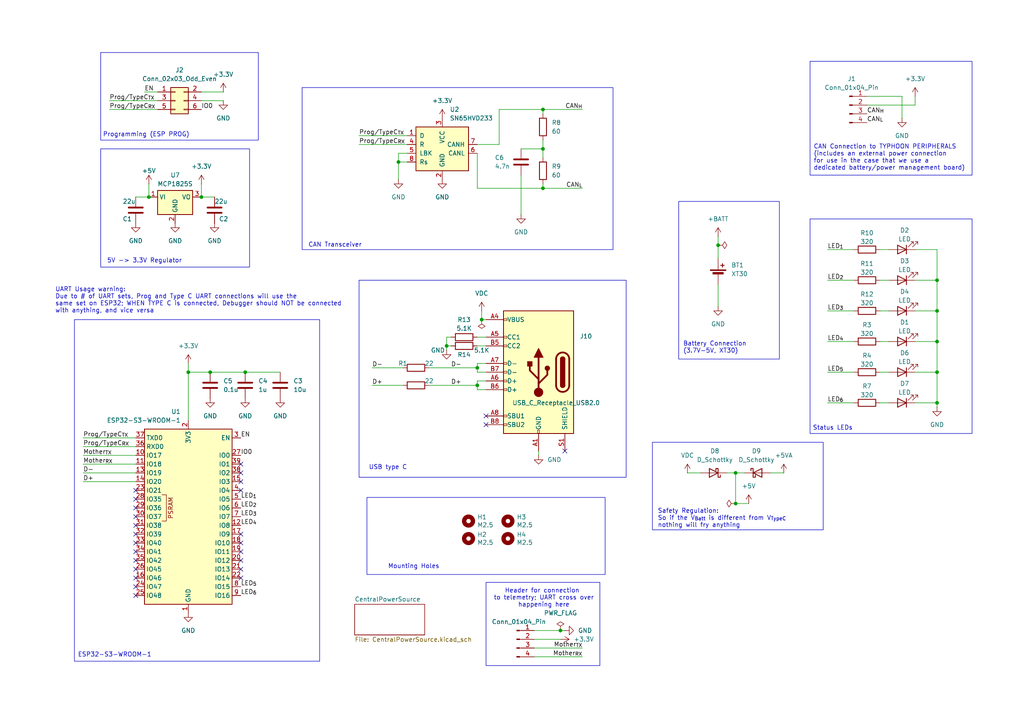
<source format=kicad_sch>
(kicad_sch (version 20231120) (generator "eeschema") (generator_version "8.0")
  (paper "A4")
  (lib_symbols
    (symbol "+3.3V_1" (power) (pin_numbers hide) (pin_names (offset 0) hide)
      (property "Value" "+3.3V" (at 0 3.556 0))
      (symbol "+3.3V_1_0_1"
        (polyline (pts (xy -0.762 1.27) (xy 0 2.54)))
        (polyline (pts (xy 0 0) (xy 0 2.54)))
        (polyline (pts (xy 0 2.54) (xy 0.762 1.27)))
      )
      (symbol "+3.3V_1_1_1"
        (pin power_in line (at 0 0 90) (length 0) (name "~") (number "1"))
      )
    )
    (symbol "+3.3V_2" (power) (pin_numbers hide) (pin_names (offset 0) hide)
      (property "Value" "+3.3V" (at 0 3.556 0))
      (symbol "+3.3V_2_0_1"
        (polyline (pts (xy -0.762 1.27) (xy 0 2.54)))
        (polyline (pts (xy 0 0) (xy 0 2.54)))
        (polyline (pts (xy 0 2.54) (xy 0.762 1.27)))
      )
      (symbol "+3.3V_2_1_1"
        (pin power_in line (at 0 0 90) (length 0) (name "~") (number "1"))
      )
    )
    (symbol "+3.3V_4" (power) (pin_numbers hide) (pin_names (offset 0) hide)
      (property "Value" "+3.3V" (at 0 3.556 0))
      (symbol "+3.3V_4_0_1"
        (polyline (pts (xy -0.762 1.27) (xy 0 2.54)))
        (polyline (pts (xy 0 0) (xy 0 2.54)))
        (polyline (pts (xy 0 2.54) (xy 0.762 1.27)))
      )
      (symbol "+3.3V_4_1_1"
        (pin power_in line (at 0 0 90) (length 0) (name "~") (number "1"))
      )
    )
    (symbol "Connector:Conn_01x04_Pin" (pin_names (offset 1.016) hide)
      (property "Reference" "J" (at 0 5.08 0))
      (property "Value" "Conn_01x04_Pin" (at 0 -7.62 0))
      (symbol "Conn_01x04_Pin_1_1"
        (polyline (pts (xy 1.27 -5.08) (xy 0.8636 -5.08)) (stroke (width 0.1524)))
        (polyline (pts (xy 1.27 -2.54) (xy 0.8636 -2.54)) (stroke (width 0.1524)))
        (polyline (pts (xy 1.27 0) (xy 0.8636 0)) (stroke (width 0.1524)))
        (polyline (pts (xy 1.27 2.54) (xy 0.8636 2.54)) (stroke (width 0.1524)))
        (rectangle (start 0.8636 -4.953) (end 0 -5.207) (stroke (width 0.1524)) (fill (type outline)))
        (rectangle (start 0.8636 -2.413) (end 0 -2.667) (stroke (width 0.1524)) (fill (type outline)))
        (rectangle (start 0.8636 0.127) (end 0 -0.127) (stroke (width 0.1524)) (fill (type outline)))
        (rectangle (start 0.8636 2.667) (end 0 2.413) (stroke (width 0.1524)) (fill (type outline)))
        (pin passive line (at 5.08 2.54 180) (length 3.81) (name "Pin_1") (number "1"))
        (pin passive line (at 5.08 0 180) (length 3.81) (name "Pin_2") (number "2"))
        (pin passive line (at 5.08 -2.54 180) (length 3.81) (name "Pin_3") (number "3"))
        (pin passive line (at 5.08 -5.08 180) (length 3.81) (name "Pin_4") (number "4"))
      )
    )
    (symbol "Connector:USB_C_Receptacle_USB2.0_16P" (pin_names (offset 1.016))
      (property "Reference" "J" (at 0 22.225 0))
      (property "Value" "USB_C_Receptacle_USB2.0_16P" (at 0 19.685 0))
      (symbol "USB_C_Receptacle_USB2.0_16P_0_0"
        (rectangle (start -0.254 -17.78) (end 0.254 -16.764))
        (rectangle (start 10.16 -14.986) (end 9.144 -15.494))
        (rectangle (start 10.16 -12.446) (end 9.144 -12.954))
        (rectangle (start 10.16 -4.826) (end 9.144 -5.334))
        (rectangle (start 10.16 -2.286) (end 9.144 -2.794))
        (rectangle (start 10.16 0.254) (end 9.144 -0.254))
        (rectangle (start 10.16 2.794) (end 9.144 2.286))
        (rectangle (start 10.16 7.874) (end 9.144 7.366))
        (rectangle (start 10.16 10.414) (end 9.144 9.906))
        (rectangle (start 10.16 15.494) (end 9.144 14.986))
      )
      (symbol "USB_C_Receptacle_USB2.0_16P_0_1"
        (rectangle (start -10.16 17.78) (end 10.16 -17.78) (stroke (width 0.254)) (fill (type background)))
        (arc (start -8.89 -3.81) (mid -6.985 -5.7067) (end -5.08 -3.81) (stroke (width 0.508)))
        (arc (start -7.62 -3.81) (mid -6.985 -4.4423) (end -6.35 -3.81) (stroke (width 0.254)))
        (arc (start -7.62 -3.81) (mid -6.985 -4.4423) (end -6.35 -3.81) (stroke (width 0.254)) (fill (type outline)))
        (rectangle (start -7.62 -3.81) (end -6.35 3.81) (stroke (width 0.254)) (fill (type outline)))
        (arc (start -6.35 3.81) (mid -6.985 4.4423) (end -7.62 3.81) (stroke (width 0.254)))
        (arc (start -6.35 3.81) (mid -6.985 4.4423) (end -7.62 3.81) (stroke (width 0.254)) (fill (type outline)))
        (arc (start -5.08 3.81) (mid -6.985 5.7067) (end -8.89 3.81) (stroke (width 0.508)))
        (circle (center -2.54 1.143) (radius 0.635) (stroke (width 0.254)) (fill (type outline)))
        (circle (center 0 -5.842) (radius 1.27) (fill (type outline)))
        (polyline (pts (xy -8.89 -3.81) (xy -8.89 3.81)) (stroke (width 0.508)))
        (polyline (pts (xy -5.08 3.81) (xy -5.08 -3.81)) (stroke (width 0.508)))
        (polyline (pts (xy 0 -5.842) (xy 0 4.318)) (stroke (width 0.508)))
        (polyline (pts (xy 0 -3.302) (xy -2.54 -0.762) (xy -2.54 0.508)) (stroke (width 0.508)))
        (polyline (pts (xy 0 -2.032) (xy 2.54 0.508) (xy 2.54 1.778)) (stroke (width 0.508)))
        (polyline (pts (xy -1.27 4.318) (xy 0 6.858) (xy 1.27 4.318) (xy -1.27 4.318)) (stroke (width 0.254)) (fill (type outline)))
        (rectangle (start 1.905 1.778) (end 3.175 3.048) (stroke (width 0.254)) (fill (type outline)))
      )
      (symbol "USB_C_Receptacle_USB2.0_16P_1_1"
        (pin passive line (at 0 -22.86 90) (length 5.08) (name "GND") (number "A1"))
        (pin passive line (at 0 -22.86 90) (length 5.08) hide (name "GND") (number "A12"))
        (pin passive line (at 15.24 15.24 180) (length 5.08) (name "VBUS") (number "A4"))
        (pin bidirectional line (at 15.24 10.16 180) (length 5.08) (name "CC1") (number "A5"))
        (pin bidirectional line (at 15.24 -2.54 180) (length 5.08) (name "D+") (number "A6"))
        (pin bidirectional line (at 15.24 2.54 180) (length 5.08) (name "D-") (number "A7"))
        (pin bidirectional line (at 15.24 -12.7 180) (length 5.08) (name "SBU1") (number "A8"))
        (pin passive line (at 15.24 15.24 180) (length 5.08) hide (name "VBUS") (number "A9"))
        (pin passive line (at 0 -22.86 90) (length 5.08) hide (name "GND") (number "B1"))
        (pin passive line (at 0 -22.86 90) (length 5.08) hide (name "GND") (number "B12"))
        (pin passive line (at 15.24 15.24 180) (length 5.08) hide (name "VBUS") (number "B4"))
        (pin bidirectional line (at 15.24 7.62 180) (length 5.08) (name "CC2") (number "B5"))
        (pin bidirectional line (at 15.24 -5.08 180) (length 5.08) (name "D+") (number "B6"))
        (pin bidirectional line (at 15.24 0 180) (length 5.08) (name "D-") (number "B7"))
        (pin bidirectional line (at 15.24 -15.24 180) (length 5.08) (name "SBU2") (number "B8"))
        (pin passive line (at 15.24 15.24 180) (length 5.08) hide (name "VBUS") (number "B9"))
        (pin passive line (at -7.62 -22.86 90) (length 5.08) (name "SHIELD") (number "S1"))
      )
    )
    (symbol "Connector_Generic:Conn_02x03_Odd_Even" (pin_names (offset 1.016) hide)
      (property "Reference" "J" (at 1.27 5.08 0))
      (property "Value" "Conn_02x03_Odd_Even" (at 1.27 -5.08 0))
      (symbol "Conn_02x03_Odd_Even_1_1"
        (rectangle (start -1.27 -2.413) (end 0 -2.667) (stroke (width 0.1524)))
        (rectangle (start -1.27 0.127) (end 0 -0.127) (stroke (width 0.1524)))
        (rectangle (start -1.27 2.667) (end 0 2.413) (stroke (width 0.1524)))
        (rectangle (start -1.27 3.81) (end 3.81 -3.81) (stroke (width 0.254)) (fill (type background)))
        (rectangle (start 3.81 -2.413) (end 2.54 -2.667) (stroke (width 0.1524)))
        (rectangle (start 3.81 0.127) (end 2.54 -0.127) (stroke (width 0.1524)))
        (rectangle (start 3.81 2.667) (end 2.54 2.413) (stroke (width 0.1524)))
        (pin passive line (at -5.08 2.54 0) (length 3.81) (name "Pin_1") (number "1"))
        (pin passive line (at 7.62 2.54 180) (length 3.81) (name "Pin_2") (number "2"))
        (pin passive line (at -5.08 0 0) (length 3.81) (name "Pin_3") (number "3"))
        (pin passive line (at 7.62 0 180) (length 3.81) (name "Pin_4") (number "4"))
        (pin passive line (at -5.08 -2.54 0) (length 3.81) (name "Pin_5") (number "5"))
        (pin passive line (at 7.62 -2.54 180) (length 3.81) (name "Pin_6") (number "6"))
      )
    )
    (symbol "Device:Battery_Cell" (pin_numbers hide) (pin_names (offset 0) hide)
      (property "Reference" "BT" (at 2.54 2.54 0))
      (property "Value" "Battery_Cell" (at 2.54 0 0))
      (symbol "Battery_Cell_0_1"
        (rectangle (start -2.286 1.778) (end 2.286 1.524) (fill (type outline)))
        (rectangle (start -1.524 1.016) (end 1.524 0.508) (fill (type outline)))
        (polyline (pts (xy 0 0.762) (xy 0 0)))
        (polyline (pts (xy 0 1.778) (xy 0 2.54)))
        (polyline (pts (xy 0.762 3.048) (xy 1.778 3.048)) (stroke (width 0.254)))
        (polyline (pts (xy 1.27 3.556) (xy 1.27 2.54)) (stroke (width 0.254)))
      )
      (symbol "Battery_Cell_1_1"
        (pin passive line (at 0 5.08 270) (length 2.54) (name "+") (number "1"))
        (pin passive line (at 0 -2.54 90) (length 2.54) (name "-") (number "2"))
      )
    )
    (symbol "Device:C" (pin_numbers hide) (pin_names (offset 0.254))
      (property "Reference" "C" (at 0.635 2.54 0))
      (property "Value" "C" (at 0.635 -2.54 0))
      (symbol "C_0_1"
        (polyline (pts (xy -2.032 -0.762) (xy 2.032 -0.762)) (stroke (width 0.508)))
        (polyline (pts (xy -2.032 0.762) (xy 2.032 0.762)) (stroke (width 0.508)))
      )
      (symbol "C_1_1"
        (pin passive line (at 0 3.81 270) (length 2.794) (name "~") (number "1"))
        (pin passive line (at 0 -3.81 90) (length 2.794) (name "~") (number "2"))
      )
    )
    (symbol "Device:D_Schottky" (pin_numbers hide) (pin_names (offset 1.016) hide)
      (property "Reference" "D" (at 0 2.54 0))
      (property "Value" "D_Schottky" (at 0 -2.54 0))
      (symbol "D_Schottky_0_1"
        (polyline (pts (xy 1.27 0) (xy -1.27 0)))
        (polyline (pts (xy 1.27 1.27) (xy 1.27 -1.27) (xy -1.27 0) (xy 1.27 1.27)) (stroke (width 0.254)))
        (polyline (pts (xy -1.905 0.635) (xy -1.905 1.27) (xy -1.27 1.27) (xy -1.27 -1.27) (xy -0.635 -1.27) (xy -0.635 -0.635)) (stroke (width 0.254)))
      )
      (symbol "D_Schottky_1_1"
        (pin passive line (at -3.81 0 0) (length 2.54) (name "K") (number "1"))
        (pin passive line (at 3.81 0 180) (length 2.54) (name "A") (number "2"))
      )
    )
    (symbol "Device:LED" (pin_numbers hide) (pin_names (offset 1.016) hide)
      (property "Reference" "D" (at 0 2.54 0))
      (property "Value" "LED" (at 0 -2.54 0))
      (symbol "LED_0_1"
        (polyline (pts (xy -1.27 -1.27) (xy -1.27 1.27)) (stroke (width 0.254)))
        (polyline (pts (xy -1.27 0) (xy 1.27 0)))
        (polyline (pts (xy 1.27 -1.27) (xy 1.27 1.27) (xy -1.27 0) (xy 1.27 -1.27)) (stroke (width 0.254)))
        (polyline (pts (xy -3.048 -0.762) (xy -4.572 -2.286) (xy -3.81 -2.286) (xy -4.572 -2.286) (xy -4.572 -1.524)))
        (polyline (pts (xy -1.778 -0.762) (xy -3.302 -2.286) (xy -2.54 -2.286) (xy -3.302 -2.286) (xy -3.302 -1.524)))
      )
      (symbol "LED_1_1"
        (pin passive line (at -3.81 0 0) (length 2.54) (name "K") (number "1"))
        (pin passive line (at 3.81 0 180) (length 2.54) (name "A") (number "2"))
      )
    )
    (symbol "Device:R" (pin_numbers hide) (pin_names (offset 0))
      (property "Reference" "R" (at 2.032 0 90))
      (property "Value" "R" (at 0 0 90))
      (symbol "R_0_1"
        (rectangle (start -1.016 -2.54) (end 1.016 2.54) (stroke (width 0.254)))
      )
      (symbol "R_1_1"
        (pin passive line (at 0 3.81 270) (length 1.27) (name "~") (number "1"))
        (pin passive line (at 0 -3.81 90) (length 1.27) (name "~") (number "2"))
      )
    )
    (symbol "GND_2" (power) (pin_numbers hide) (pin_names (offset 0) hide)
      (property "Value" "GND" (at 0 -3.81 0))
      (symbol "GND_2_0_1"
        (polyline (pts (xy 0 0) (xy 0 -1.27) (xy 1.27 -1.27) (xy 0 -2.54) (xy -1.27 -1.27) (xy 0 -1.27)))
      )
      (symbol "GND_2_1_1"
        (pin power_in line (at 0 0 270) (length 0) (name "~") (number "1"))
      )
    )
    (symbol "Interface_CAN_LIN:SN65HVD233" (pin_names (offset 1.016))
      (property "Reference" "U" (at -2.54 10.16 0))
      (property "Value" "SN65HVD233" (at -2.54 7.62 0))
      (symbol "SN65HVD233_0_1"
        (rectangle (start -7.62 5.08) (end 7.62 -7.62) (stroke (width 0.254)) (fill (type background)))
      )
      (symbol "SN65HVD233_1_1"
        (pin input line (at -10.16 2.54 0) (length 2.54) (name "D") (number "1"))
        (pin power_in line (at 0 -10.16 90) (length 2.54) (name "GND") (number "2"))
        (pin power_in line (at 0 7.62 270) (length 2.54) (name "VCC") (number "3"))
        (pin output line (at -10.16 0 0) (length 2.54) (name "R") (number "4"))
        (pin input line (at -10.16 -2.54 0) (length 2.54) (name "LBK") (number "5"))
        (pin bidirectional line (at 10.16 -2.54 180) (length 2.54) (name "CANL") (number "6"))
        (pin bidirectional line (at 10.16 0 180) (length 2.54) (name "CANH") (number "7"))
        (pin input line (at -10.16 -5.08 0) (length 2.54) (name "Rs") (number "8"))
      )
    )
    (symbol "Mechanical:MountingHole" (pin_names (offset 1.016))
      (property "Reference" "H" (at 0 5.08 0))
      (property "Value" "MountingHole" (at 0 3.175 0))
      (symbol "MountingHole_0_1"
        (circle (center 0 0) (radius 1.27) (stroke (width 1.27)))
      )
    )
    (symbol "RF_Module:ESP32-S3-WROOM-1"
      (property "Reference" "U" (at -12.7 26.67 0))
      (property "Value" "ESP32-S3-WROOM-1" (at 12.7 26.67 0))
      (symbol "ESP32-S3-WROOM-1_0_0"
        (rectangle (start -12.7 25.4) (end 12.7 -25.4) (stroke (width 0.254)) (fill (type background)))
        (text "PSRAM" (at 5.08 2.54 900) (effects (font (size 1.27 1.27))))
      )
      (symbol "ESP32-S3-WROOM-1_0_1"
        (polyline (pts (xy 7.62 -1.27) (xy 6.35 -1.27) (xy 6.35 6.35) (xy 7.62 6.35)))
      )
      (symbol "ESP32-S3-WROOM-1_1_1"
        (pin power_in line (at 0 -27.94 90) (length 2.54) (name "GND") (number "1"))
        (pin bidirectional line (at 15.24 17.78 180) (length 2.54) (name "IO17") (number "10"))
        (pin bidirectional line (at 15.24 15.24 180) (length 2.54) (name "IO18") (number "11"))
        (pin bidirectional line (at -15.24 -2.54 0) (length 2.54) (name "IO8") (number "12"))
        (pin bidirectional line (at 15.24 12.7 180) (length 2.54) (name "IO19") (number "13"))
        (pin bidirectional line (at 15.24 10.16 180) (length 2.54) (name "IO20") (number "14"))
        (pin bidirectional line (at -15.24 10.16 0) (length 2.54) (name "IO3") (number "15"))
        (pin bidirectional line (at 15.24 -17.78 180) (length 2.54) (name "IO46") (number "16"))
        (pin bidirectional line (at -15.24 -5.08 0) (length 2.54) (name "IO9") (number "17"))
        (pin bidirectional line (at -15.24 -7.62 0) (length 2.54) (name "IO10") (number "18"))
        (pin bidirectional line (at -15.24 -10.16 0) (length 2.54) (name "IO11") (number "19"))
        (pin power_in line (at 0 27.94 270) (length 2.54) (name "3V3") (number "2"))
        (pin bidirectional line (at -15.24 -12.7 0) (length 2.54) (name "IO12") (number "20"))
        (pin bidirectional line (at -15.24 -15.24 0) (length 2.54) (name "IO13") (number "21"))
        (pin bidirectional line (at -15.24 -17.78 0) (length 2.54) (name "IO14") (number "22"))
        (pin bidirectional line (at 15.24 7.62 180) (length 2.54) (name "IO21") (number "23"))
        (pin bidirectional line (at 15.24 -20.32 180) (length 2.54) (name "IO47") (number "24"))
        (pin bidirectional line (at 15.24 -22.86 180) (length 2.54) (name "IO48") (number "25"))
        (pin bidirectional line (at 15.24 -15.24 180) (length 2.54) (name "IO45") (number "26"))
        (pin bidirectional line (at -15.24 17.78 0) (length 2.54) (name "IO0") (number "27"))
        (pin bidirectional line (at 15.24 5.08 180) (length 2.54) (name "IO35") (number "28"))
        (pin bidirectional line (at 15.24 2.54 180) (length 2.54) (name "IO36") (number "29"))
        (pin input line (at -15.24 22.86 0) (length 2.54) (name "EN") (number "3"))
        (pin bidirectional line (at 15.24 0 180) (length 2.54) (name "IO37") (number "30"))
        (pin bidirectional line (at 15.24 -2.54 180) (length 2.54) (name "IO38") (number "31"))
        (pin bidirectional line (at 15.24 -5.08 180) (length 2.54) (name "IO39") (number "32"))
        (pin bidirectional line (at 15.24 -7.62 180) (length 2.54) (name "IO40") (number "33"))
        (pin bidirectional line (at 15.24 -10.16 180) (length 2.54) (name "IO41") (number "34"))
        (pin bidirectional line (at 15.24 -12.7 180) (length 2.54) (name "IO42") (number "35"))
        (pin bidirectional line (at 15.24 20.32 180) (length 2.54) (name "RXD0") (number "36"))
        (pin bidirectional line (at 15.24 22.86 180) (length 2.54) (name "TXD0") (number "37"))
        (pin bidirectional line (at -15.24 12.7 0) (length 2.54) (name "IO2") (number "38"))
        (pin bidirectional line (at -15.24 15.24 0) (length 2.54) (name "IO1") (number "39"))
        (pin bidirectional line (at -15.24 7.62 0) (length 2.54) (name "IO4") (number "4"))
        (pin passive line (at 0 -27.94 90) (length 2.54) hide (name "GND") (number "40"))
        (pin passive line (at 0 -27.94 90) (length 2.54) hide (name "GND") (number "41"))
        (pin bidirectional line (at -15.24 5.08 0) (length 2.54) (name "IO5") (number "5"))
        (pin bidirectional line (at -15.24 2.54 0) (length 2.54) (name "IO6") (number "6"))
        (pin bidirectional line (at -15.24 0 0) (length 2.54) (name "IO7") (number "7"))
        (pin bidirectional line (at -15.24 -20.32 0) (length 2.54) (name "IO15") (number "8"))
        (pin bidirectional line (at -15.24 -22.86 0) (length 2.54) (name "IO16") (number "9"))
      )
    )
    (symbol "Regulator_Linear:MCP1825S"
      (property "Reference" "U" (at -3.81 3.175 0))
      (property "Value" "MCP1825S" (at 0 3.175 0))
      (symbol "MCP1825S_0_1"
        (rectangle (start -5.08 1.905) (end 5.08 -5.08) (stroke (width 0.254)) (fill (type background)))
      )
      (symbol "MCP1825S_1_1"
        (pin power_in line (at -7.62 0 0) (length 2.54) (name "VI") (number "1"))
        (pin power_in line (at 0 -7.62 90) (length 2.54) (name "GND") (number "2"))
        (pin power_out line (at 7.62 0 180) (length 2.54) (name "VO") (number "3"))
      )
    )
    (symbol "power:+3.3V" (power) (pin_numbers hide) (pin_names (offset 0) hide)
      (property "Value" "+3.3V" (at 0 3.556 0))
      (symbol "+3.3V_0_1"
        (polyline (pts (xy -0.762 1.27) (xy 0 2.54)))
        (polyline (pts (xy 0 0) (xy 0 2.54)))
        (polyline (pts (xy 0 2.54) (xy 0.762 1.27)))
      )
      (symbol "+3.3V_1_1"
        (pin power_in line (at 0 0 90) (length 0) (name "~") (number "1"))
      )
    )
    (symbol "power:+5V" (power) (pin_numbers hide) (pin_names (offset 0) hide)
      (property "Value" "+5V" (at 0 3.556 0))
      (symbol "+5V_0_1"
        (polyline (pts (xy -0.762 1.27) (xy 0 2.54)))
        (polyline (pts (xy 0 0) (xy 0 2.54)))
        (polyline (pts (xy 0 2.54) (xy 0.762 1.27)))
      )
      (symbol "+5V_1_1"
        (pin power_in line (at 0 0 90) (length 0) (name "~") (number "1"))
      )
    )
    (symbol "power:+5VA" (power) (pin_numbers hide) (pin_names (offset 0) hide)
      (property "Value" "+5VA" (at 0 3.556 0))
      (symbol "+5VA_0_1"
        (polyline (pts (xy -0.762 1.27) (xy 0 2.54)))
        (polyline (pts (xy 0 0) (xy 0 2.54)))
        (polyline (pts (xy 0 2.54) (xy 0.762 1.27)))
      )
      (symbol "+5VA_1_1"
        (pin power_in line (at 0 0 90) (length 0) (name "~") (number "1"))
      )
    )
    (symbol "power:+BATT" (power) (pin_numbers hide) (pin_names (offset 0) hide)
      (property "Value" "+BATT" (at 0 3.556 0))
      (symbol "+BATT_0_1"
        (polyline (pts (xy -0.762 1.27) (xy 0 2.54)))
        (polyline (pts (xy 0 0) (xy 0 2.54)))
        (polyline (pts (xy 0 2.54) (xy 0.762 1.27)))
      )
      (symbol "+BATT_1_1"
        (pin power_in line (at 0 0 90) (length 0) (name "~") (number "1"))
      )
    )
    (symbol "power:GND" (power) (pin_numbers hide) (pin_names (offset 0) hide)
      (property "Value" "GND" (at 0 -3.81 0))
      (symbol "GND_0_1"
        (polyline (pts (xy 0 0) (xy 0 -1.27) (xy 1.27 -1.27) (xy 0 -2.54) (xy -1.27 -1.27) (xy 0 -1.27)))
      )
      (symbol "GND_1_1"
        (pin power_in line (at 0 0 270) (length 0) (name "~") (number "1"))
      )
    )
    (symbol "power:PWR_FLAG" (power) (pin_numbers hide) (pin_names (offset 0) hide)
      (property "Value" "PWR_FLAG" (at 0 3.81 0))
      (symbol "PWR_FLAG_0_0"
        (pin power_out line (at 0 0 90) (length 0) (name "~") (number "1"))
      )
      (symbol "PWR_FLAG_0_1"
        (polyline (pts (xy 0 0) (xy 0 1.27) (xy -1.016 1.905) (xy 0 2.54) (xy 1.016 1.905) (xy 0 1.27)))
      )
    )
    (symbol "power:VDC" (power) (pin_numbers hide) (pin_names (offset 0) hide)
      (property "Value" "VDC" (at 0 3.556 0))
      (symbol "VDC_0_1"
        (polyline (pts (xy -0.762 1.27) (xy 0 2.54)))
        (polyline (pts (xy 0 0) (xy 0 2.54)))
        (polyline (pts (xy 0 2.54) (xy 0.762 1.27)))
      )
      (symbol "VDC_1_1"
        (pin power_in line (at 0 0 90) (length 0) (name "~") (number "1"))
      )
    )
  )
  (junction (at 54.61 107.95))
  (junction (at 162.56 182.88))
  (junction (at 157.48 43.18))
  (junction (at 129.54 100.33))
  (junction (at 271.78 99.06))
  (junction (at 271.78 90.17))
  (junction (at 138.43 111.76))
  (junction (at 43.18 57.15))
  (junction (at 271.78 116.84))
  (junction (at 138.43 106.68))
  (junction (at 115.57 46.99))
  (junction (at 157.48 31.75))
  (junction (at 271.78 81.28))
  (junction (at 271.78 107.95))
  (junction (at 71.12 107.95))
  (junction (at 213.36 146.05))
  (junction (at 213.36 137.16))
  (junction (at 157.48 54.61))
  (junction (at 60.96 107.95))
  (junction (at 139.7 92.71))
  (junction (at 58.42 57.15))
  (junction (at 208.28 71.12))
  (no_connect (at 69.85 139.7))
  (no_connect (at 39.37 172.72))
  (no_connect (at 39.37 160.02))
  (no_connect (at 39.37 154.94))
  (no_connect (at 39.37 147.32))
  (no_connect (at 163.83 130.81))
  (no_connect (at 69.85 137.16))
  (no_connect (at 69.85 162.56))
  (no_connect (at 69.85 167.64))
  (no_connect (at 69.85 160.02))
  (no_connect (at 39.37 142.24))
  (no_connect (at 69.85 157.48))
  (no_connect (at 39.37 144.78))
  (no_connect (at 39.37 165.1))
  (no_connect (at 140.97 123.19))
  (no_connect (at 69.85 154.94))
  (no_connect (at 39.37 170.18))
  (no_connect (at 69.85 142.24))
  (no_connect (at 39.37 152.4))
  (no_connect (at 69.85 165.1))
  (no_connect (at 140.97 120.65))
  (no_connect (at 39.37 162.56))
  (no_connect (at 69.85 134.62))
  (no_connect (at 39.37 167.64))
  (no_connect (at 39.37 157.48))
  (no_connect (at 39.37 149.86))
  (wire (pts (xy 144.78 41.91) (xy 138.43 41.91)))
  (wire (pts (xy 144.78 31.75) (xy 144.78 41.91)))
  (wire (pts (xy 62.23 57.15) (xy 58.42 57.15)))
  (wire (pts (xy 43.18 53.34) (xy 43.18 57.15)))
  (wire (pts (xy 104.14 41.91) (xy 118.11 41.91)))
  (wire (pts (xy 24.13 129.54) (xy 39.37 129.54)))
  (wire (pts (xy 138.43 113.03) (xy 140.97 113.03)))
  (wire (pts (xy 151.13 43.18) (xy 157.48 43.18)))
  (wire (pts (xy 271.78 81.28) (xy 271.78 90.17)))
  (wire (pts (xy 261.62 27.94) (xy 251.46 27.94)))
  (wire (pts (xy 115.57 46.99) (xy 118.11 46.99)))
  (wire (pts (xy 265.43 27.94) (xy 265.43 30.48)))
  (wire (pts (xy 129.54 97.79) (xy 130.81 97.79)))
  (wire (pts (xy 39.37 57.15) (xy 43.18 57.15)))
  (wire (pts (xy 31.75 29.21) (xy 45.72 29.21)))
  (wire (pts (xy 271.78 118.11) (xy 271.78 116.84)))
  (wire (pts (xy 271.78 107.95) (xy 271.78 99.06)))
  (wire (pts (xy 115.57 46.99) (xy 115.57 52.07)))
  (wire (pts (xy 255.27 81.28) (xy 257.81 81.28)))
  (wire (pts (xy 265.43 30.48) (xy 251.46 30.48)))
  (wire (pts (xy 107.95 106.68) (xy 116.84 106.68)))
  (wire (pts (xy 138.43 54.61) (xy 157.48 54.61)))
  (wire (pts (xy 129.54 100.33) (xy 130.81 100.33)))
  (wire (pts (xy 54.61 105.41) (xy 54.61 107.95)))
  (wire (pts (xy 64.77 29.21) (xy 58.42 29.21)))
  (wire (pts (xy 144.78 31.75) (xy 157.48 31.75)))
  (wire (pts (xy 138.43 97.79) (xy 140.97 97.79)))
  (wire (pts (xy 71.12 107.95) (xy 81.28 107.95)))
  (wire (pts (xy 265.43 81.28) (xy 271.78 81.28)))
  (wire (pts (xy 60.96 107.95) (xy 71.12 107.95)))
  (wire (pts (xy 199.39 137.16) (xy 203.2 137.16)))
  (wire (pts (xy 213.36 146.05) (xy 217.17 146.05)))
  (wire (pts (xy 157.48 53.34) (xy 157.48 54.61)))
  (wire (pts (xy 138.43 105.41) (xy 138.43 106.68)))
  (wire (pts (xy 129.54 101.6) (xy 129.54 100.33)))
  (wire (pts (xy 124.46 106.68) (xy 138.43 106.68)))
  (wire (pts (xy 208.28 82.55) (xy 208.28 88.9)))
  (wire (pts (xy 41.91 26.67) (xy 45.72 26.67)))
  (wire (pts (xy 157.48 31.75) (xy 168.91 31.75)))
  (wire (pts (xy 118.11 44.45) (xy 115.57 44.45)))
  (wire (pts (xy 255.27 107.95) (xy 257.81 107.95)))
  (wire (pts (xy 208.28 71.12) (xy 208.28 74.93)))
  (wire (pts (xy 154.94 187.96) (xy 168.91 187.96)))
  (wire (pts (xy 104.14 39.37) (xy 118.11 39.37)))
  (wire (pts (xy 255.27 99.06) (xy 257.81 99.06)))
  (wire (pts (xy 271.78 90.17) (xy 265.43 90.17)))
  (wire (pts (xy 213.36 137.16) (xy 215.9 137.16)))
  (wire (pts (xy 138.43 105.41) (xy 140.97 105.41)))
  (wire (pts (xy 255.27 90.17) (xy 257.81 90.17)))
  (wire (pts (xy 139.7 92.71) (xy 140.97 92.71)))
  (wire (pts (xy 154.94 185.42) (xy 162.56 185.42)))
  (wire (pts (xy 162.56 182.88) (xy 163.83 182.88)))
  (wire (pts (xy 271.78 116.84) (xy 265.43 116.84)))
  (wire (pts (xy 138.43 106.68) (xy 138.43 107.95)))
  (wire (pts (xy 210.82 137.16) (xy 213.36 137.16)))
  (wire (pts (xy 223.52 137.16) (xy 227.33 137.16)))
  (wire (pts (xy 138.43 111.76) (xy 138.43 113.03)))
  (wire (pts (xy 24.13 127) (xy 39.37 127)))
  (wire (pts (xy 140.97 107.95) (xy 138.43 107.95)))
  (wire (pts (xy 265.43 99.06) (xy 271.78 99.06)))
  (wire (pts (xy 129.54 100.33) (xy 129.54 97.79)))
  (wire (pts (xy 255.27 116.84) (xy 257.81 116.84)))
  (wire (pts (xy 157.48 43.18) (xy 157.48 40.64)))
  (wire (pts (xy 157.48 54.61) (xy 168.91 54.61)))
  (wire (pts (xy 240.03 107.95) (xy 247.65 107.95)))
  (wire (pts (xy 54.61 107.95) (xy 54.61 121.92)))
  (wire (pts (xy 240.03 116.84) (xy 247.65 116.84)))
  (wire (pts (xy 240.03 99.06) (xy 247.65 99.06)))
  (wire (pts (xy 154.94 182.88) (xy 162.56 182.88)))
  (wire (pts (xy 24.13 139.7) (xy 39.37 139.7)))
  (wire (pts (xy 58.42 53.34) (xy 58.42 57.15)))
  (wire (pts (xy 140.97 110.49) (xy 138.43 110.49)))
  (wire (pts (xy 24.13 132.08) (xy 39.37 132.08)))
  (wire (pts (xy 208.28 68.58) (xy 208.28 71.12)))
  (wire (pts (xy 138.43 110.49) (xy 138.43 111.76)))
  (wire (pts (xy 31.75 31.75) (xy 45.72 31.75)))
  (wire (pts (xy 255.27 72.39) (xy 257.81 72.39)))
  (wire (pts (xy 64.77 26.67) (xy 58.42 26.67)))
  (wire (pts (xy 271.78 116.84) (xy 271.78 107.95)))
  (wire (pts (xy 240.03 90.17) (xy 247.65 90.17)))
  (wire (pts (xy 271.78 90.17) (xy 271.78 99.06)))
  (wire (pts (xy 154.94 190.5) (xy 168.91 190.5)))
  (wire (pts (xy 138.43 100.33) (xy 140.97 100.33)))
  (wire (pts (xy 138.43 44.45) (xy 138.43 54.61)))
  (wire (pts (xy 271.78 72.39) (xy 271.78 81.28)))
  (wire (pts (xy 107.95 111.76) (xy 116.84 111.76)))
  (wire (pts (xy 115.57 44.45) (xy 115.57 46.99)))
  (wire (pts (xy 139.7 90.17) (xy 139.7 92.71)))
  (wire (pts (xy 157.48 43.18) (xy 157.48 45.72)))
  (wire (pts (xy 261.62 34.29) (xy 261.62 27.94)))
  (wire (pts (xy 213.36 137.16) (xy 213.36 146.05)))
  (wire (pts (xy 240.03 81.28) (xy 247.65 81.28)))
  (wire (pts (xy 124.46 111.76) (xy 138.43 111.76)))
  (wire (pts (xy 54.61 107.95) (xy 60.96 107.95)))
  (wire (pts (xy 240.03 72.39) (xy 247.65 72.39)))
  (wire (pts (xy 156.21 132.08) (xy 156.21 130.81)))
  (wire (pts (xy 151.13 62.23) (xy 151.13 50.8)))
  (wire (pts (xy 24.13 134.62) (xy 39.37 134.62)))
  (wire (pts (xy 24.13 137.16) (xy 39.37 137.16)))
  (wire (pts (xy 265.43 72.39) (xy 271.78 72.39)))
  (wire (pts (xy 157.48 31.75) (xy 157.48 33.02)))
  (wire (pts (xy 265.43 107.95) (xy 271.78 107.95)))
  (rectangle (start 29.21 15.24) (end 74.93 40.64))
  (rectangle (start 21.59 92.71) (end 92.71 191.77))
  (rectangle (start 234.95 63.5) (end 281.94 125.73))
  (rectangle (start 234.95 17.78) (end 281.94 50.8))
  (rectangle (start 189.23 128.27) (end 238.76 153.67))
  (rectangle (start 196.85 58.42) (end 226.06 104.14))
  (rectangle (start 106.426 144.272) (end 175.514 166.624))
  (rectangle (start 140.97 168.91) (end 173.99 193.04))
  (rectangle (start 104.14 81.28) (end 181.61 138.43))
  (rectangle (start 87.63 25.4) (end 177.8 72.39))
  (rectangle (start 29.21 43.18) (end 72.39 77.47))
  (text "Header for connection \nto telemetry; UART cross over\nhappening here\n\n\n" (at 157.734 175.514 0) (effects (font (size 1.27 1.27))))
  (text "Battery Connection\n(3.7V-5V, XT30)" (at 198.12 100.838 0) (effects (font (size 1.27 1.27)) (justify left)))
  (text "Programming (ESP PROG)" (at 42.418 39.116 0) (effects (font (size 1.27 1.27))))
  (text "Status LEDs" (at 235.712 124.206 0) (effects (font (size 1.27 1.27)) (justify left)))
  (text "CAN Connection to TYPHOON PERIPHERALS\n(includes an external power connection\nfor use in the case that we use a\ndedicated battery/power management board)" (at 235.966 45.72 0) (effects (font (size 1.27 1.27)) (justify left)))
  (text "Safety Regulation:\nSo if the V_{Batt} is different from V_{TypeC}\nnothing will fry anything\n" (at 190.754 150.368 0) (effects (font (size 1.27 1.27)) (justify left)))
  (text "Mounting Holes" (at 112.522 165.1 0) (effects (font (size 1.27 1.27)) (justify left bottom)))
  (text "5V -> 3.3V Regulator" (at 41.91 75.692 0) (effects (font (size 1.27 1.27))))
  (text "USB type C\n" (at 112.522 135.636 0) (effects (font (size 1.27 1.27))))
  (text "ESP32-S3-WROOM-1" (at 33.274 189.992 0) (effects (font (size 1.27 1.27))))
  (text "CAN Transceiver" (at 89.408 71.12 0) (effects (font (size 1.27 1.27)) (justify left)))
  (text "UART Usage warning:\nDue to # of UART sets, Prog and Type C UART connections will use the \nsame set on ESP32; WHEN TYPE C is connected, Debugger should NOT be connected\nwith anything, and vice versa" (at 16.002 87.122 0) (effects (font (size 1.27 1.27)) (justify left)))
  (label "CAN_{L}" (at 168.91 54.61 180))
  (label "LED_{4}" (at 69.85 152.4 0))
  (label "LED_{1}" (at 240.03 72.39 0))
  (label "Prog{slash}TypeC_{RX}" (at 104.14 41.91 0))
  (label "EN" (at 69.85 127 0))
  (label "CAN_{L}" (at 251.46 35.56 0))
  (label "LED_{6}" (at 69.85 172.72 0))
  (label "Prog{slash}TypeC_{TX}" (at 31.75 29.21 0))
  (label "LED_{3}" (at 240.03 90.17 0))
  (label "D+" (at 130.81 111.76 0))
  (label "Prog{slash}TypeC_{RX}" (at 24.13 129.54 0))
  (label "LED_{4}" (at 240.03 99.06 0))
  (label "D+" (at 107.95 111.76 0))
  (label "LED_{6}" (at 240.03 116.84 0))
  (label "D-" (at 130.81 106.68 0))
  (label "Mother_{TX}" (at 24.13 132.08 0))
  (label "Prog{slash}TypeC_{TX}" (at 24.13 127 0))
  (label "D-" (at 24.13 137.16 0))
  (label "Mother_{RX}" (at 168.91 190.5 180))
  (label "IO0" (at 69.85 132.08 0))
  (label "LED_{5}" (at 69.85 170.18 0))
  (label "Mother_{RX}" (at 24.13 134.62 0))
  (label "CAN_{H}" (at 168.91 31.75 180))
  (label "LED_{3}" (at 69.85 149.86 0))
  (label "Mother_{TX}" (at 168.91 187.96 180))
  (label "LED_{2}" (at 240.03 81.28 0))
  (label "IO0" (at 58.42 31.75 0))
  (label "CAN_{H}" (at 251.46 33.02 0))
  (label "Prog{slash}TypeC_{RX}" (at 31.75 31.75 0))
  (label "EN" (at 41.91 26.67 0))
  (label "LED_{2}" (at 69.85 147.32 0))
  (label "LED_{5}" (at 240.03 107.95 0))
  (label "D+" (at 24.13 139.7 0))
  (label "D-" (at 107.95 106.68 0))
  (label "LED_{1}" (at 69.85 144.78 0))
  (label "Prog{slash}TypeC_{TX}" (at 104.14 39.37 0))
  (symbol (lib_id "Device:R") (at 120.65 111.76 90) (unit 1)
    (property "Reference" "R2" (effects (hide yes)))
    (property "Value" "22" (at 124.46 110.49 90))
    (property "Footprint" "Resistor_SMD:R_0603_1608Metric" (effects (hide yes)))
    (property "Description" "Resistor" (effects (hide yes)))
  )
  (symbol (lib_id "power:+3.3V") (at 54.61 105.41 0) (unit 1)
    (property "Reference" "#PWR06" (effects (hide yes)))
    (property "Value" "+3.3V" (at 54.61 100.33 0))
    (property "Description" "Power symbol creates a global label with name \"+3.3V\"" (effects (hide yes)))
  )
  (symbol (lib_id "Device:R") (at 251.46 72.39 90) (unit 1)
    (property "Reference" "R10" (at 251.46 67.564 90))
    (property "Value" "320" (at 251.46 70.104 90))
    (property "Footprint" "Resistor_SMD:R_0603_1608Metric" (effects (hide yes)))
    (property "Description" "Resistor" (effects (hide yes)))
  )
  (symbol (lib_id "Mechanical:MountingHole") (at 135.89 151.13 0) (unit 1)
    (property "Reference" "H1" (at 138.43 149.9616 0) (effects (justify left)))
    (property "Value" "M2.5" (at 138.43 152.273 0) (effects (justify left)))
    (property "Footprint" "MountingHole:MountingHole_2.7mm_M2.5" (effects (hide yes)))
  )
  (symbol (lib_id "power:+BATT") (at 208.28 68.58 0) (unit 1)
    (property "Reference" "#PWR015" (effects (hide yes)))
    (property "Value" "+BATT" (at 208.28 63.5 0))
    (property "Description" "Power symbol creates a global label with name \"+BATT\"" (effects (hide yes)))
  )
  (symbol (lib_id "Connector:USB_C_Receptacle_USB2.0_16P") (at 156.21 107.95 0) (mirror y) (unit 1)
    (property "Reference" "J10" (at 168.148 97.536 0) (effects (justify right)))
    (property "Value" "USB_C_Receptacle_USB2.0" (at 148.59 116.84 0) (effects (justify right)))
    (property "Footprint" "Connector_USB:USB_C_Receptacle_HRO_TYPE-C-31-M-12" (effects (hide yes)))
    (property "Datasheet" "https://www.usb.org/sites/default/files/documents/usb_type-c.zip" (effects (hide yes)))
    (property "Description" "USB 2.0-only 16P Type-C Receptacle connector" (effects (hide yes)))
  )
  (symbol (lib_id "Device:LED") (at 261.62 99.06 180) (unit 1)
    (property "Reference" "D1" (at 262.382 93.472 0))
    (property "Value" "LED" (at 262.382 96.012 0))
    (property "Footprint" "LED_SMD:LED_0805_2012Metric" (effects (hide yes)))
    (property "Description" "Light emitting diode" (effects (hide yes)))
  )
  (symbol (lib_id "power:GND") (at 50.8 64.77 0) (unit 1)
    (property "Reference" "#PWR09" (effects (hide yes)))
    (property "Value" "GND" (at 50.8 69.85 0))
  )
  (symbol (lib_id "Device:R") (at 251.46 107.95 90) (unit 1)
    (property "Reference" "R4" (at 251.46 103.124 90))
    (property "Value" "320" (at 251.46 105.664 90))
    (property "Footprint" "Resistor_SMD:R_0603_1608Metric" (effects (hide yes)))
    (property "Description" "Resistor" (effects (hide yes)))
  )
  (symbol (lib_id "power:GND") (at 64.77 29.21 0) (unit 1)
    (property "Reference" "#PWR019" (effects (hide yes)))
    (property "Value" "GND" (at 64.77 34.29 0))
    (property "Description" "Power symbol creates a global label with name \"GND\" , ground" (effects (hide yes)))
  )
  (symbol (lib_id "power:PWR_FLAG") (at 139.7 92.71 180) (unit 1)
    (property "Reference" "#FLG05" (effects (hide yes)))
    (property "Value" "PWR_FLAG" (effects (hide yes)))
    (property "Description" "Special symbol for telling ERC where power comes from" (effects (hide yes)))
  )
  (symbol (lib_id "power:GND") (at 208.28 88.9 0) (unit 1)
    (property "Reference" "#PWR027" (effects (hide yes)))
    (property "Value" "GND" (at 208.28 93.98 0))
    (property "Description" "Power symbol creates a global label with name \"GND\" , ground" (effects (hide yes)))
  )
  (symbol (lib_id "power:PWR_FLAG") (at 162.56 182.88 0) (unit 1)
    (property "Reference" "#FLG01" (effects (hide yes)))
    (property "Value" "PWR_FLAG" (at 162.56 177.8 0))
    (property "Description" "Special symbol for telling ERC where power comes from" (effects (hide yes)))
  )
  (symbol (lib_id "power:GND") (at 128.27 52.07 0) (unit 1)
    (property "Reference" "#PWR017" (effects (hide yes)))
    (property "Value" "GND" (at 128.27 57.15 0))
    (property "Description" "Power symbol creates a global label with name \"GND\" , ground" (effects (hide yes)))
  )
  (symbol (lib_id "power:GND") (at 60.96 115.57 0) (unit 1)
    (property "Reference" "#PWR022" (effects (hide yes)))
    (property "Value" "GND" (at 60.96 120.65 0))
    (property "Description" "Power symbol creates a global label with name \"GND\" , ground" (effects (hide yes)))
  )
  (symbol (lib_id "Device:LED") (at 261.62 116.84 180) (unit 1)
    (property "Reference" "D7" (at 262.382 111.252 0))
    (property "Value" "LED" (at 262.382 113.792 0))
    (property "Footprint" "LED_SMD:LED_0805_2012Metric" (effects (hide yes)))
    (property "Description" "Light emitting diode" (effects (hide yes)))
  )
  (symbol (lib_id "power:+3.3V") (at 58.42 53.34 0) (unit 1)
    (property "Reference" "#PWR010" (effects (hide yes)))
    (property "Value" "+3.3V" (at 58.42 48.26 0))
    (property "Description" "Power symbol creates a global label with name \"+3.3V\"" (effects (hide yes)))
  )
  (symbol (lib_id "Device:R") (at 134.62 97.79 90) (unit 1)
    (property "Reference" "R13" (at 134.62 92.71 90))
    (property "Value" "5.1K" (at 134.62 95.25 90))
    (property "Footprint" "Resistor_SMD:R_0603_1608Metric" (effects (hide yes)))
    (property "Description" "Resistor" (effects (hide yes)))
  )
  (symbol (lib_id "RF_Module:ESP32-S3-WROOM-1") (at 54.61 149.86 0) (mirror y) (unit 1)
    (property "Reference" "U1" (at 52.4159 119.38 0) (effects (justify left)))
    (property "Value" "ESP32-S3-WROOM-1" (at 52.4159 121.92 0) (effects (justify left)))
    (property "Footprint" "RF_Module:ESP32-S3-WROOM-1" (effects (hide yes)))
    (property "Datasheet" "https://www.espressif.com/sites/default/files/documentation/esp32-s3-wroom-1_wroom-1u_datasheet_en.pdf" (effects (hide yes)))
    (property "Description" "RF Module, ESP32-S3 SoC, Wi-Fi 802.11b/g/n, Bluetooth, BLE, 32-bit, 3.3V, onboard antenna, SMD" (effects (hide yes)))
  )
  (symbol (lib_id "Device:R") (at 251.46 90.17 90) (unit 1)
    (property "Reference" "R12" (at 251.46 85.344 90))
    (property "Value" "320" (at 251.46 87.884 90))
    (property "Footprint" "Resistor_SMD:R_0603_1608Metric" (effects (hide yes)))
    (property "Description" "Resistor" (effects (hide yes)))
  )
  (symbol (lib_id "power:+5V") (at 217.17 146.05 0) (unit 1)
    (property "Reference" "#PWR029" (effects (hide yes)))
    (property "Value" "+5V" (at 217.17 140.97 0))
    (property "Description" "Power symbol creates a global label with name \"+5V\"" (effects (hide yes)))
  )
  (symbol (lib_id "power:VDC") (at 139.7 90.17 0) (unit 1)
    (property "Reference" "#PWR02" (effects (hide yes)))
    (property "Value" "VDC" (at 139.7 85.09 0))
    (property "Description" "Power symbol creates a global label with name \"VDC\"" (effects (hide yes)))
  )
  (symbol (lib_id "power:GND") (at 54.61 177.8 0) (unit 1)
    (property "Reference" "#PWR04" (effects (hide yes)))
    (property "Value" "GND" (at 54.61 182.88 0))
    (property "Description" "Power symbol creates a global label with name \"GND\" , ground" (effects (hide yes)))
  )
  (symbol (lib_id "Device:R") (at 157.48 36.83 0) (unit 1)
    (property "Reference" "R8" (at 160.02 35.5599 0) (effects (justify left)))
    (property "Value" "60" (at 160.02 38.0999 0) (effects (justify left)))
    (property "Footprint" "Resistor_SMD:R_0603_1608Metric" (effects (hide yes)))
    (property "Description" "Resistor" (effects (hide yes)))
  )
  (symbol (lib_id "Regulator_Linear:MCP1825S") (at 50.8 57.15 0) (unit 1)
    (property "Reference" "U7" (at 50.8 50.8 0))
    (property "Value" "MCP1825S" (at 50.8 53.34 0))
    (property "Footprint" "Package_TO_SOT_SMD:SOT-223-3_TabPin2" (effects (hide yes)))
    (property "Datasheet" "http://ww1.microchip.com/downloads/en/devicedoc/22056b.pdf" (effects (hide yes)))
    (property "Description" "500mA, Low-Voltage, Low Quiescent Current LDO Regulator, SOT-223, TO-220, TO-263" (effects (hide yes)))
  )
  (symbol (lib_id "Device:LED") (at 261.62 81.28 180) (unit 1)
    (property "Reference" "D3" (at 262.382 75.692 0))
    (property "Value" "LED" (at 262.382 78.232 0))
    (property "Footprint" "LED_SMD:LED_0805_2012Metric" (effects (hide yes)))
    (property "Description" "Light emitting diode" (effects (hide yes)))
  )
  (symbol (lib_id "power:PWR_FLAG") (at 213.36 146.05 90) (unit 1)
    (property "Reference" "#FLG06" (effects (hide yes)))
    (property "Value" "PWR_FLAG" (effects (hide yes)))
    (property "Description" "Special symbol for telling ERC where power comes from" (effects (hide yes)))
  )
  (symbol (lib_id "power:GND") (at 261.62 34.29 0) (unit 1)
    (property "Reference" "#PWR012" (effects (hide yes)))
    (property "Value" "GND" (at 261.62 39.37 0))
    (property "Description" "Power symbol creates a global label with name \"GND\" , ground" (effects (hide yes)))
  )
  (symbol (lib_id "power:GND") (at 151.13 62.23 0) (unit 1)
    (property "Reference" "#PWR035" (effects (hide yes)))
    (property "Value" "GND" (at 151.13 67.31 0))
    (property "Description" "Power symbol creates a global label with name \"GND\" , ground" (effects (hide yes)))
  )
  (symbol (lib_name "GND_2") (lib_id "power:GND") (at 163.83 182.88 90) (unit 1)
    (property "Reference" "#PWR036" (effects (hide yes)))
    (property "Value" "GND" (at 167.64 182.8799 90) (effects (justify right)))
    (property "Description" "Power symbol creates a global label with name \"GND\" , ground" (effects (hide yes)))
  )
  (symbol (lib_id "power:GND") (at 62.23 64.77 0) (unit 1)
    (property "Reference" "#PWR011" (effects (hide yes)))
    (property "Value" "GND" (at 62.23 69.85 0))
  )
  (symbol (lib_id "Device:D_Schottky") (at 219.71 137.16 0) (unit 1)
    (property "Reference" "D9" (at 219.3925 130.81 0))
    (property "Value" "D_Schottky" (at 219.3925 133.35 0))
    (property "Footprint" "Diode_SMD:D_SOD-123" (effects (hide yes)))
    (property "Description" "Schottky diode" (effects (hide yes)))
  )
  (symbol (lib_id "Mechanical:MountingHole") (at 147.32 156.21 0) (unit 1)
    (property "Reference" "H4" (at 149.86 155.0416 0) (effects (justify left)))
    (property "Value" "M2.5" (at 149.86 157.353 0) (effects (justify left)))
    (property "Footprint" "MountingHole:MountingHole_2.7mm_M2.5" (effects (hide yes)))
  )
  (symbol (lib_id "Device:C") (at 62.23 60.96 180) (unit 1)
    (property "Reference" "C2" (at 63.5 63.5 0) (effects (justify right)))
    (property "Value" "22u" (at 62.23 58.42 0) (effects (justify right)))
    (property "Footprint" "Capacitor_SMD:C_0603_1608Metric" (effects (hide yes)))
  )
  (symbol (lib_name "+3.3V_2") (lib_id "power:+3.3V") (at 128.27 34.29 0) (unit 1)
    (property "Reference" "#PWR037" (effects (hide yes)))
    (property "Value" "+3.3V" (at 128.27 29.21 0))
    (property "Description" "Power symbol creates a global label with name \"+3.3V\"" (effects (hide yes)))
  )
  (symbol (lib_id "Device:C") (at 81.28 111.76 0) (unit 1)
    (property "Reference" "C3" (at 85.09 110.4899 0) (effects (justify left)))
    (property "Value" "10u" (at 85.09 113.0299 0) (effects (justify left)))
    (property "Footprint" "Capacitor_SMD:C_0603_1608Metric" (effects (hide yes)))
    (property "Description" "Unpolarized capacitor" (effects (hide yes)))
  )
  (symbol (lib_id "Device:R") (at 157.48 49.53 0) (unit 1)
    (property "Reference" "R9" (at 160.02 48.2599 0) (effects (justify left)))
    (property "Value" "60" (at 160.02 50.7999 0) (effects (justify left)))
    (property "Footprint" "Resistor_SMD:R_0603_1608Metric" (effects (hide yes)))
    (property "Description" "Resistor" (effects (hide yes)))
  )
  (symbol (lib_id "power:GND") (at 271.78 118.11 0) (unit 1)
    (property "Reference" "#PWR016" (effects (hide yes)))
    (property "Value" "GND" (at 271.78 123.19 0))
    (property "Description" "Power symbol creates a global label with name \"GND\" , ground" (effects (hide yes)))
  )
  (symbol (lib_id "Mechanical:MountingHole") (at 147.32 151.13 0) (unit 1)
    (property "Reference" "H3" (at 149.86 149.9616 0) (effects (justify left)))
    (property "Value" "M2.5" (at 149.86 152.273 0) (effects (justify left)))
    (property "Footprint" "MountingHole:MountingHole_2.7mm_M2.5" (effects (hide yes)))
  )
  (symbol (lib_id "power:GND") (at 39.37 64.77 0) (unit 1)
    (property "Reference" "#PWR07" (effects (hide yes)))
    (property "Value" "GND" (at 39.37 69.85 0))
  )
  (symbol (lib_id "Interface_CAN_LIN:SN65HVD233") (at 128.27 41.91 0) (unit 1)
    (property "Reference" "U2" (at 130.4641 31.75 0) (effects (justify left)))
    (property "Value" "SN65HVD233" (at 130.4641 34.29 0) (effects (justify left)))
    (property "Footprint" "Package_SO:SOIC-8_3.9x4.9mm_P1.27mm" (effects (hide yes)))
    (property "Datasheet" "http://www.ti.com/lit/ds/symlink/sn65hvd234.pdf" (effects (hide yes)))
    (property "Description" "CAN Bus Transceiver, 3.3V, 1Mbps, Loopback feature, SOIC-8" (effects (hide yes)))
  )
  (symbol (lib_id "power:VDC") (at 199.39 137.16 0) (unit 1)
    (property "Reference" "#PWR028" (effects (hide yes)))
    (property "Value" "VDC" (at 199.39 132.08 0))
    (property "Description" "Power symbol creates a global label with name \"VDC\"" (effects (hide yes)))
  )
  (symbol (lib_id "Device:R") (at 251.46 116.84 90) (unit 1)
    (property "Reference" "R7" (at 251.46 112.014 90))
    (property "Value" "320" (at 251.46 114.554 90))
    (property "Footprint" "Resistor_SMD:R_0603_1608Metric" (effects (hide yes)))
    (property "Description" "Resistor" (effects (hide yes)))
  )
  (symbol (lib_name "+3.3V_4") (lib_id "power:+3.3V") (at 64.77 26.67 0) (unit 1)
    (property "Reference" "#PWR018" (effects (hide yes)))
    (property "Value" "+3.3V" (at 64.77 21.59 0))
    (property "Description" "Power symbol creates a global label with name \"+3.3V\"" (effects (hide yes)))
  )
  (symbol (lib_id "Device:C") (at 71.12 111.76 0) (unit 1)
    (property "Reference" "C4" (at 74.93 110.4899 0) (effects (justify left)))
    (property "Value" "1u" (at 74.93 113.0299 0) (effects (justify left)))
    (property "Footprint" "Capacitor_SMD:C_0603_1608Metric" (effects (hide yes)))
    (property "Description" "Unpolarized capacitor" (effects (hide yes)))
  )
  (symbol (lib_id "Device:D_Schottky") (at 207.01 137.16 180) (unit 1)
    (property "Reference" "D8" (at 207.3275 130.81 0))
    (property "Value" "D_Schottky" (at 207.3275 133.35 0))
    (property "Footprint" "Diode_SMD:D_SOD-123" (effects (hide yes)))
    (property "Description" "Schottky diode" (effects (hide yes)))
  )
  (symbol (lib_id "power:GND") (at 71.12 115.57 0) (unit 1)
    (property "Reference" "#PWR021" (effects (hide yes)))
    (property "Value" "GND" (at 71.12 120.65 0))
    (property "Description" "Power symbol creates a global label with name \"GND\" , ground" (effects (hide yes)))
  )
  (symbol (lib_id "power:GND") (at 129.54 101.6 0) (unit 1)
    (property "Reference" "#PWR01" (effects (hide yes)))
    (property "Value" "GND" (at 127 101.6 0))
    (property "Description" "Power symbol creates a global label with name \"GND\" , ground" (effects (hide yes)))
  )
  (symbol (lib_id "Device:R") (at 134.62 100.33 90) (unit 1)
    (property "Reference" "R14" (at 134.62 102.87 90))
    (property "Value" "5.1K" (at 139.7 101.6 90))
    (property "Footprint" "Resistor_SMD:R_0603_1608Metric" (effects (hide yes)))
    (property "Description" "Resistor" (effects (hide yes)))
  )
  (symbol (lib_id "Device:C") (at 39.37 60.96 180) (unit 1)
    (property "Reference" "C1" (at 35.56 63.5 0) (effects (justify right)))
    (property "Value" "22u" (at 35.56 58.42 0) (effects (justify right)))
    (property "Footprint" "Capacitor_SMD:C_0603_1608Metric" (effects (hide yes)))
  )
  (symbol (lib_id "power:GND") (at 156.21 132.08 0) (mirror y) (unit 1)
    (property "Reference" "#PWR03" (effects (hide yes)))
    (property "Value" "GND" (at 158.75 133.35 0) (effects (justify right)))
    (property "Description" "Power symbol creates a global label with name \"GND\" , ground" (effects (hide yes)))
  )
  (symbol (lib_id "power:+5V") (at 43.18 53.34 0) (unit 1)
    (property "Reference" "#PWR08" (effects (hide yes)))
    (property "Value" "+5V" (at 43.18 49.53 0))
  )
  (symbol (lib_id "Device:R") (at 251.46 81.28 90) (unit 1)
    (property "Reference" "R11" (at 251.46 76.454 90))
    (property "Value" "320" (at 251.46 78.994 90))
    (property "Footprint" "Resistor_SMD:R_0603_1608Metric" (effects (hide yes)))
    (property "Description" "Resistor" (effects (hide yes)))
  )
  (symbol (lib_id "Connector:Conn_01x04_Pin") (at 246.38 30.48 0) (unit 1)
    (property "Reference" "J1" (at 247.015 22.86 0))
    (property "Value" "Conn_01x04_Pin" (at 247.015 25.4 0))
    (property "Footprint" "Connector_JST:JST_EH_S4B-EH_1x04_P2.50mm_Horizontal" (effects (hide yes)))
    (property "Description" "Generic connector, single row, 01x04, script generated" (effects (hide yes)))
  )
  (symbol (lib_id "Connector:Conn_01x04_Pin") (at 149.86 185.42 0) (unit 1)
    (property "Reference" "J3" (effects (hide yes)))
    (property "Value" "Conn_01x04_Pin" (at 150.495 180.34 0))
    (property "Footprint" "Connector_PinHeader_1.27mm:PinHeader_1x04_P1.27mm_Vertical" (effects (hide yes)))
    (property "Description" "Generic connector, single row, 01x04, script generated" (effects (hide yes)))
  )
  (symbol (lib_id "Device:LED") (at 261.62 90.17 180) (unit 1)
    (property "Reference" "D4" (at 262.382 84.582 0))
    (property "Value" "LED" (at 262.382 87.122 0))
    (property "Footprint" "LED_SMD:LED_0805_2012Metric" (effects (hide yes)))
    (property "Description" "Light emitting diode" (effects (hide yes)))
  )
  (symbol (lib_id "Mechanical:MountingHole") (at 135.89 156.21 0) (unit 1)
    (property "Reference" "H2" (at 138.43 155.0416 0) (effects (justify left)))
    (property "Value" "M2.5" (at 138.43 157.353 0) (effects (justify left)))
    (property "Footprint" "MountingHole:MountingHole_2.7mm_M2.5" (effects (hide yes)))
  )
  (symbol (lib_id "Device:C") (at 60.96 111.76 0) (unit 1)
    (property "Reference" "C5" (at 64.77 110.4899 0) (effects (justify left)))
    (property "Value" "0.1u" (at 64.77 113.0299 0) (effects (justify left)))
    (property "Footprint" "Capacitor_SMD:C_0603_1608Metric" (effects (hide yes)))
    (property "Description" "Unpolarized capacitor" (effects (hide yes)))
  )
  (symbol (lib_id "Connector_Generic:Conn_02x03_Odd_Even") (at 50.8 29.21 0) (unit 1)
    (property "Reference" "J2" (at 52.07 20.32 0))
    (property "Value" "Conn_02x03_Odd_Even" (at 52.07 22.86 0))
    (property "Footprint" "Connector_IDC:IDC-Header_2x03_P2.54mm_Vertical" (effects (hide yes)))
    (property "Description" "Generic connector, double row, 02x03, odd/even pin numbering scheme (row 1 odd numbers, row 2 even numbers), script generated (kicad-library-utils/schlib/autogen/connector/)" (effects (hide yes)))
  )
  (symbol (lib_id "Device:C") (at 151.13 46.99 0) (unit 1)
    (property "Reference" "C6" (at 143.51 45.72 0) (effects (justify left)))
    (property "Value" "4.7n" (at 143.51 48.26 0) (effects (justify left)))
    (property "Footprint" "Capacitor_SMD:C_0603_1608Metric" (effects (hide yes)))
    (property "Description" "Unpolarized capacitor" (effects (hide yes)))
  )
  (symbol (lib_name "+3.3V_1") (lib_id "power:+3.3V") (at 265.43 27.94 0) (unit 1)
    (property "Reference" "#PWR013" (effects (hide yes)))
    (property "Value" "+3.3V" (at 265.43 22.86 0))
    (property "Description" "Power symbol creates a global label with name \"+3.3V\"" (effects (hide yes)))
  )
  (symbol (lib_id "Device:LED") (at 261.62 72.39 180) (unit 1)
    (property "Reference" "D2" (at 262.382 66.802 0))
    (property "Value" "LED" (at 262.382 69.342 0))
    (property "Footprint" "LED_SMD:LED_0805_2012Metric" (effects (hide yes)))
    (property "Description" "Light emitting diode" (effects (hide yes)))
  )
  (symbol (lib_id "power:GND") (at 115.57 52.07 0) (unit 1)
    (property "Reference" "#PWR038" (effects (hide yes)))
    (property "Value" "GND" (at 115.57 57.15 0))
    (property "Description" "Power symbol creates a global label with name \"GND\" , ground" (effects (hide yes)))
  )
  (symbol (lib_id "Device:LED") (at 261.62 107.95 180) (unit 1)
    (property "Reference" "D6" (at 262.382 102.362 0))
    (property "Value" "LED" (at 262.382 104.902 0))
    (property "Footprint" "LED_SMD:LED_0805_2012Metric" (effects (hide yes)))
    (property "Description" "Light emitting diode" (effects (hide yes)))
  )
  (symbol (lib_id "Device:R") (at 251.46 99.06 90) (unit 1)
    (property "Reference" "R3" (at 251.46 94.234 90))
    (property "Value" "320" (at 251.46 96.774 90))
    (property "Footprint" "Resistor_SMD:R_0603_1608Metric" (effects (hide yes)))
    (property "Description" "Resistor" (effects (hide yes)))
  )
  (symbol (lib_name "+3.3V_1") (lib_id "power:+3.3V") (at 162.56 185.42 270) (unit 1)
    (property "Reference" "#PWR034" (effects (hide yes)))
    (property "Value" "+3.3V" (at 166.37 185.4199 90) (effects (justify left)))
    (property "Description" "Power symbol creates a global label with name \"+3.3V\"" (effects (hide yes)))
  )
  (symbol (lib_id "Device:R") (at 120.65 106.68 90) (unit 1)
    (property "Reference" "R1" (at 116.84 105.41 90))
    (property "Value" "22" (at 124.46 105.41 90))
    (property "Footprint" "Resistor_SMD:R_0603_1608Metric" (effects (hide yes)))
    (property "Description" "Resistor" (effects (hide yes)))
  )
  (symbol (lib_id "Device:Battery_Cell") (at 208.28 80.01 0) (unit 1)
    (property "Reference" "BT1" (at 212.09 76.8984 0) (effects (justify left)))
    (property "Value" "XT30" (at 212.09 79.4384 0) (effects (justify left)))
    (property "Footprint" "Connector_AMASS:AMASS_XT30PW-M_1x02_P2.50mm_Horizontal" (effects (hide yes)))
    (property "Description" "Single-cell battery" (effects (hide yes)))
  )
  (symbol (lib_id "power:PWR_FLAG") (at 208.28 71.12 270) (unit 1)
    (property "Reference" "#FLG04" (effects (hide yes)))
    (property "Value" "PWR_FLAG" (effects (hide yes)))
    (property "Description" "Special symbol for telling ERC where power comes from" (effects (hide yes)))
  )
  (symbol (lib_id "power:GND") (at 81.28 115.57 0) (unit 1)
    (property "Reference" "#PWR020" (effects (hide yes)))
    (property "Value" "GND" (at 81.28 120.65 0))
    (property "Description" "Power symbol creates a global label with name \"GND\" , ground" (effects (hide yes)))
  )
  (symbol (lib_id "power:+5VA") (at 227.33 137.16 0) (unit 1)
    (property "Reference" "#PWR05" (effects (hide yes)))
    (property "Value" "+5VA" (at 227.33 132.08 0))
    (property "Description" "Power symbol creates a global label with name \"+5VA\"" (effects (hide yes)))
  )
  (sheet (at 102.87 175.26) (size 20.32 8.89) (stroke (width 0.1524))
    (property "Sheetname" "CentralPowerSource" (at 102.87 174.5484 0) (effects (justify left bottom)))
    (property "Sheetfile" "CentralPowerSource.kicad_sch" (at 102.87 184.7346 0) (effects (justify left top)))
  )
)
</source>
